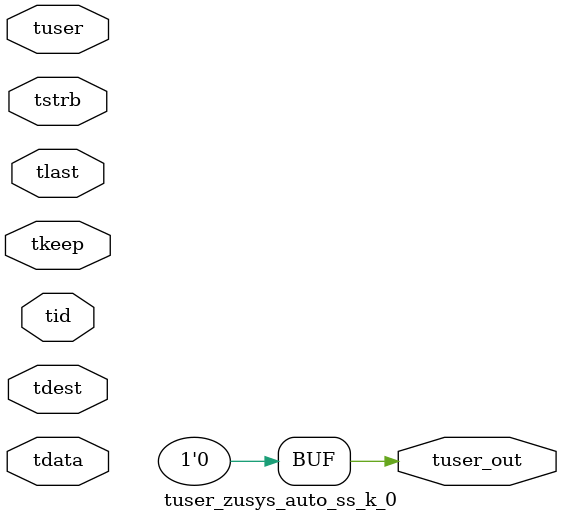
<source format=v>


`timescale 1ps/1ps

module tuser_zusys_auto_ss_k_0 #
(
parameter C_S_AXIS_TUSER_WIDTH = 1,
parameter C_S_AXIS_TDATA_WIDTH = 32,
parameter C_S_AXIS_TID_WIDTH   = 0,
parameter C_S_AXIS_TDEST_WIDTH = 0,
parameter C_M_AXIS_TUSER_WIDTH = 1
)
(
input  [(C_S_AXIS_TUSER_WIDTH == 0 ? 1 : C_S_AXIS_TUSER_WIDTH)-1:0     ] tuser,
input  [(C_S_AXIS_TDATA_WIDTH == 0 ? 1 : C_S_AXIS_TDATA_WIDTH)-1:0     ] tdata,
input  [(C_S_AXIS_TID_WIDTH   == 0 ? 1 : C_S_AXIS_TID_WIDTH)-1:0       ] tid,
input  [(C_S_AXIS_TDEST_WIDTH == 0 ? 1 : C_S_AXIS_TDEST_WIDTH)-1:0     ] tdest,
input  [(C_S_AXIS_TDATA_WIDTH/8)-1:0 ] tkeep,
input  [(C_S_AXIS_TDATA_WIDTH/8)-1:0 ] tstrb,
input                                                                    tlast,
output [C_M_AXIS_TUSER_WIDTH-1:0] tuser_out
);

assign tuser_out = {1'b0};

endmodule


</source>
